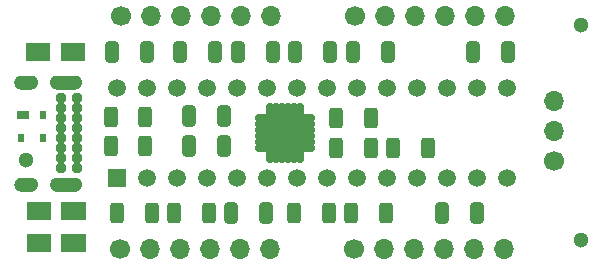
<source format=gbr>
%TF.GenerationSoftware,KiCad,Pcbnew,(6.0.7)*%
%TF.CreationDate,2022-12-19T16:29:32-08:00*%
%TF.ProjectId,Intermediary_revC_4layer,496e7465-726d-4656-9469-6172795f7265,rev?*%
%TF.SameCoordinates,Original*%
%TF.FileFunction,Soldermask,Bot*%
%TF.FilePolarity,Negative*%
%FSLAX46Y46*%
G04 Gerber Fmt 4.6, Leading zero omitted, Abs format (unit mm)*
G04 Created by KiCad (PCBNEW (6.0.7)) date 2022-12-19 16:29:32*
%MOMM*%
%LPD*%
G01*
G04 APERTURE LIST*
G04 Aperture macros list*
%AMRoundRect*
0 Rectangle with rounded corners*
0 $1 Rounding radius*
0 $2 $3 $4 $5 $6 $7 $8 $9 X,Y pos of 4 corners*
0 Add a 4 corners polygon primitive as box body*
4,1,4,$2,$3,$4,$5,$6,$7,$8,$9,$2,$3,0*
0 Add four circle primitives for the rounded corners*
1,1,$1+$1,$2,$3*
1,1,$1+$1,$4,$5*
1,1,$1+$1,$6,$7*
1,1,$1+$1,$8,$9*
0 Add four rect primitives between the rounded corners*
20,1,$1+$1,$2,$3,$4,$5,0*
20,1,$1+$1,$4,$5,$6,$7,0*
20,1,$1+$1,$6,$7,$8,$9,0*
20,1,$1+$1,$8,$9,$2,$3,0*%
%AMFreePoly0*
4,1,6,1.000000,0.000000,0.500000,-0.750000,-0.500000,-0.750000,-0.500000,0.750000,0.500000,0.750000,1.000000,0.000000,1.000000,0.000000,$1*%
G04 Aperture macros list end*
%ADD10C,0.010000*%
%ADD11C,0.954800*%
%ADD12RoundRect,0.152400X-0.425000X-0.150000X0.425000X-0.150000X0.425000X0.150000X-0.425000X0.150000X0*%
%ADD13RoundRect,0.152400X-0.150000X0.425000X-0.150000X-0.425000X0.150000X-0.425000X0.150000X0.425000X0*%
%ADD14RoundRect,0.152400X-1.275000X1.275000X-1.275000X-1.275000X1.275000X-1.275000X1.275000X1.275000X0*%
%ADD15C,1.300000*%
%ADD16C,1.700000*%
%ADD17O,1.700000X1.700000*%
%ADD18R,1.508000X1.508000*%
%ADD19C,1.508000*%
%ADD20RoundRect,0.250000X0.312500X0.625000X-0.312500X0.625000X-0.312500X-0.625000X0.312500X-0.625000X0*%
%ADD21RoundRect,0.250000X-0.325000X-0.650000X0.325000X-0.650000X0.325000X0.650000X-0.325000X0.650000X0*%
%ADD22RoundRect,0.250000X-0.312500X-0.625000X0.312500X-0.625000X0.312500X0.625000X-0.312500X0.625000X0*%
%ADD23R,1.000000X0.700000*%
%ADD24R,0.600000X0.700000*%
%ADD25FreePoly0,180.000000*%
%ADD26FreePoly0,0.000000*%
%ADD27R,1.500000X1.500000*%
%ADD28RoundRect,0.250000X0.325000X0.650000X-0.325000X0.650000X-0.325000X-0.650000X0.325000X-0.650000X0*%
G04 APERTURE END LIST*
%TO.C,J5*%
G36*
X121534400Y-98772000D02*
G01*
X121562400Y-98774000D01*
X121591400Y-98778000D01*
X121619400Y-98783000D01*
X121647400Y-98790000D01*
X121675400Y-98798000D01*
X121702400Y-98808000D01*
X121729400Y-98819000D01*
X121755400Y-98831000D01*
X121780400Y-98845000D01*
X121805400Y-98860000D01*
X121828400Y-98876000D01*
X121851400Y-98894000D01*
X121873400Y-98912000D01*
X121894400Y-98932000D01*
X121914400Y-98953000D01*
X121932400Y-98975000D01*
X121950400Y-98998000D01*
X121966400Y-99021000D01*
X121981400Y-99046000D01*
X121995400Y-99071000D01*
X122007400Y-99097000D01*
X122018400Y-99124000D01*
X122028400Y-99151000D01*
X122036400Y-99179000D01*
X122043400Y-99207000D01*
X122048400Y-99235000D01*
X122052400Y-99264000D01*
X122054400Y-99292000D01*
X122055400Y-99321000D01*
X122054400Y-99350000D01*
X122052400Y-99378000D01*
X122048400Y-99407000D01*
X122043400Y-99435000D01*
X122036400Y-99463000D01*
X122028400Y-99491000D01*
X122018400Y-99518000D01*
X122007400Y-99545000D01*
X121995400Y-99571000D01*
X121981400Y-99596000D01*
X121966400Y-99621000D01*
X121950400Y-99644000D01*
X121932400Y-99667000D01*
X121914400Y-99689000D01*
X121894400Y-99710000D01*
X121873400Y-99730000D01*
X121851400Y-99748000D01*
X121828400Y-99766000D01*
X121805400Y-99782000D01*
X121780400Y-99797000D01*
X121755400Y-99811000D01*
X121729400Y-99823000D01*
X121702400Y-99834000D01*
X121675400Y-99844000D01*
X121647400Y-99852000D01*
X121619400Y-99859000D01*
X121591400Y-99864000D01*
X121562400Y-99868000D01*
X121534400Y-99870000D01*
X121505400Y-99871000D01*
X120705400Y-99871000D01*
X120676400Y-99870000D01*
X120648400Y-99868000D01*
X120619400Y-99864000D01*
X120591400Y-99859000D01*
X120563400Y-99852000D01*
X120535400Y-99844000D01*
X120508400Y-99834000D01*
X120481400Y-99823000D01*
X120455400Y-99811000D01*
X120430400Y-99797000D01*
X120405400Y-99782000D01*
X120382400Y-99766000D01*
X120359400Y-99748000D01*
X120337400Y-99730000D01*
X120316400Y-99710000D01*
X120296400Y-99689000D01*
X120278400Y-99667000D01*
X120260400Y-99644000D01*
X120244400Y-99621000D01*
X120229400Y-99596000D01*
X120215400Y-99571000D01*
X120203400Y-99545000D01*
X120192400Y-99518000D01*
X120182400Y-99491000D01*
X120174400Y-99463000D01*
X120167400Y-99435000D01*
X120162400Y-99407000D01*
X120158400Y-99378000D01*
X120156400Y-99350000D01*
X120155400Y-99321000D01*
X120156400Y-99292000D01*
X120158400Y-99264000D01*
X120162400Y-99235000D01*
X120167400Y-99207000D01*
X120174400Y-99179000D01*
X120182400Y-99151000D01*
X120192400Y-99124000D01*
X120203400Y-99097000D01*
X120215400Y-99071000D01*
X120229400Y-99046000D01*
X120244400Y-99021000D01*
X120260400Y-98998000D01*
X120278400Y-98975000D01*
X120296400Y-98953000D01*
X120316400Y-98932000D01*
X120337400Y-98912000D01*
X120359400Y-98894000D01*
X120382400Y-98876000D01*
X120405400Y-98860000D01*
X120430400Y-98845000D01*
X120455400Y-98831000D01*
X120481400Y-98819000D01*
X120508400Y-98808000D01*
X120535400Y-98798000D01*
X120563400Y-98790000D01*
X120591400Y-98783000D01*
X120619400Y-98778000D01*
X120648400Y-98774000D01*
X120676400Y-98772000D01*
X120705400Y-98771000D01*
X121505400Y-98771000D01*
X121534400Y-98772000D01*
G37*
D10*
X121534400Y-98772000D02*
X121562400Y-98774000D01*
X121591400Y-98778000D01*
X121619400Y-98783000D01*
X121647400Y-98790000D01*
X121675400Y-98798000D01*
X121702400Y-98808000D01*
X121729400Y-98819000D01*
X121755400Y-98831000D01*
X121780400Y-98845000D01*
X121805400Y-98860000D01*
X121828400Y-98876000D01*
X121851400Y-98894000D01*
X121873400Y-98912000D01*
X121894400Y-98932000D01*
X121914400Y-98953000D01*
X121932400Y-98975000D01*
X121950400Y-98998000D01*
X121966400Y-99021000D01*
X121981400Y-99046000D01*
X121995400Y-99071000D01*
X122007400Y-99097000D01*
X122018400Y-99124000D01*
X122028400Y-99151000D01*
X122036400Y-99179000D01*
X122043400Y-99207000D01*
X122048400Y-99235000D01*
X122052400Y-99264000D01*
X122054400Y-99292000D01*
X122055400Y-99321000D01*
X122054400Y-99350000D01*
X122052400Y-99378000D01*
X122048400Y-99407000D01*
X122043400Y-99435000D01*
X122036400Y-99463000D01*
X122028400Y-99491000D01*
X122018400Y-99518000D01*
X122007400Y-99545000D01*
X121995400Y-99571000D01*
X121981400Y-99596000D01*
X121966400Y-99621000D01*
X121950400Y-99644000D01*
X121932400Y-99667000D01*
X121914400Y-99689000D01*
X121894400Y-99710000D01*
X121873400Y-99730000D01*
X121851400Y-99748000D01*
X121828400Y-99766000D01*
X121805400Y-99782000D01*
X121780400Y-99797000D01*
X121755400Y-99811000D01*
X121729400Y-99823000D01*
X121702400Y-99834000D01*
X121675400Y-99844000D01*
X121647400Y-99852000D01*
X121619400Y-99859000D01*
X121591400Y-99864000D01*
X121562400Y-99868000D01*
X121534400Y-99870000D01*
X121505400Y-99871000D01*
X120705400Y-99871000D01*
X120676400Y-99870000D01*
X120648400Y-99868000D01*
X120619400Y-99864000D01*
X120591400Y-99859000D01*
X120563400Y-99852000D01*
X120535400Y-99844000D01*
X120508400Y-99834000D01*
X120481400Y-99823000D01*
X120455400Y-99811000D01*
X120430400Y-99797000D01*
X120405400Y-99782000D01*
X120382400Y-99766000D01*
X120359400Y-99748000D01*
X120337400Y-99730000D01*
X120316400Y-99710000D01*
X120296400Y-99689000D01*
X120278400Y-99667000D01*
X120260400Y-99644000D01*
X120244400Y-99621000D01*
X120229400Y-99596000D01*
X120215400Y-99571000D01*
X120203400Y-99545000D01*
X120192400Y-99518000D01*
X120182400Y-99491000D01*
X120174400Y-99463000D01*
X120167400Y-99435000D01*
X120162400Y-99407000D01*
X120158400Y-99378000D01*
X120156400Y-99350000D01*
X120155400Y-99321000D01*
X120156400Y-99292000D01*
X120158400Y-99264000D01*
X120162400Y-99235000D01*
X120167400Y-99207000D01*
X120174400Y-99179000D01*
X120182400Y-99151000D01*
X120192400Y-99124000D01*
X120203400Y-99097000D01*
X120215400Y-99071000D01*
X120229400Y-99046000D01*
X120244400Y-99021000D01*
X120260400Y-98998000D01*
X120278400Y-98975000D01*
X120296400Y-98953000D01*
X120316400Y-98932000D01*
X120337400Y-98912000D01*
X120359400Y-98894000D01*
X120382400Y-98876000D01*
X120405400Y-98860000D01*
X120430400Y-98845000D01*
X120455400Y-98831000D01*
X120481400Y-98819000D01*
X120508400Y-98808000D01*
X120535400Y-98798000D01*
X120563400Y-98790000D01*
X120591400Y-98783000D01*
X120619400Y-98778000D01*
X120648400Y-98774000D01*
X120676400Y-98772000D01*
X120705400Y-98771000D01*
X121505400Y-98771000D01*
X121534400Y-98772000D01*
G36*
X125264400Y-98772000D02*
G01*
X125292400Y-98774000D01*
X125321400Y-98778000D01*
X125349400Y-98783000D01*
X125377400Y-98790000D01*
X125405400Y-98798000D01*
X125432400Y-98808000D01*
X125459400Y-98819000D01*
X125485400Y-98831000D01*
X125510400Y-98845000D01*
X125535400Y-98860000D01*
X125558400Y-98876000D01*
X125581400Y-98894000D01*
X125603400Y-98912000D01*
X125624400Y-98932000D01*
X125644400Y-98953000D01*
X125662400Y-98975000D01*
X125680400Y-98998000D01*
X125696400Y-99021000D01*
X125711400Y-99046000D01*
X125725400Y-99071000D01*
X125737400Y-99097000D01*
X125748400Y-99124000D01*
X125758400Y-99151000D01*
X125766400Y-99179000D01*
X125773400Y-99207000D01*
X125778400Y-99235000D01*
X125782400Y-99264000D01*
X125784400Y-99292000D01*
X125785400Y-99321000D01*
X125784400Y-99350000D01*
X125782400Y-99378000D01*
X125778400Y-99407000D01*
X125773400Y-99435000D01*
X125766400Y-99463000D01*
X125758400Y-99491000D01*
X125748400Y-99518000D01*
X125737400Y-99545000D01*
X125725400Y-99571000D01*
X125711400Y-99596000D01*
X125696400Y-99621000D01*
X125680400Y-99644000D01*
X125662400Y-99667000D01*
X125644400Y-99689000D01*
X125624400Y-99710000D01*
X125603400Y-99730000D01*
X125581400Y-99748000D01*
X125558400Y-99766000D01*
X125535400Y-99782000D01*
X125510400Y-99797000D01*
X125485400Y-99811000D01*
X125459400Y-99823000D01*
X125432400Y-99834000D01*
X125405400Y-99844000D01*
X125377400Y-99852000D01*
X125349400Y-99859000D01*
X125321400Y-99864000D01*
X125292400Y-99868000D01*
X125264400Y-99870000D01*
X125235400Y-99871000D01*
X123735400Y-99871000D01*
X123706400Y-99870000D01*
X123678400Y-99868000D01*
X123649400Y-99864000D01*
X123621400Y-99859000D01*
X123593400Y-99852000D01*
X123565400Y-99844000D01*
X123538400Y-99834000D01*
X123511400Y-99823000D01*
X123485400Y-99811000D01*
X123460400Y-99797000D01*
X123435400Y-99782000D01*
X123412400Y-99766000D01*
X123389400Y-99748000D01*
X123367400Y-99730000D01*
X123346400Y-99710000D01*
X123326400Y-99689000D01*
X123308400Y-99667000D01*
X123290400Y-99644000D01*
X123274400Y-99621000D01*
X123259400Y-99596000D01*
X123245400Y-99571000D01*
X123233400Y-99545000D01*
X123222400Y-99518000D01*
X123212400Y-99491000D01*
X123204400Y-99463000D01*
X123197400Y-99435000D01*
X123192400Y-99407000D01*
X123188400Y-99378000D01*
X123186400Y-99350000D01*
X123185400Y-99321000D01*
X123186400Y-99292000D01*
X123188400Y-99264000D01*
X123192400Y-99235000D01*
X123197400Y-99207000D01*
X123204400Y-99179000D01*
X123212400Y-99151000D01*
X123222400Y-99124000D01*
X123233400Y-99097000D01*
X123245400Y-99071000D01*
X123259400Y-99046000D01*
X123274400Y-99021000D01*
X123290400Y-98998000D01*
X123308400Y-98975000D01*
X123326400Y-98953000D01*
X123346400Y-98932000D01*
X123367400Y-98912000D01*
X123389400Y-98894000D01*
X123412400Y-98876000D01*
X123435400Y-98860000D01*
X123460400Y-98845000D01*
X123485400Y-98831000D01*
X123511400Y-98819000D01*
X123538400Y-98808000D01*
X123565400Y-98798000D01*
X123593400Y-98790000D01*
X123621400Y-98783000D01*
X123649400Y-98778000D01*
X123678400Y-98774000D01*
X123706400Y-98772000D01*
X123735400Y-98771000D01*
X125235400Y-98771000D01*
X125264400Y-98772000D01*
G37*
X125264400Y-98772000D02*
X125292400Y-98774000D01*
X125321400Y-98778000D01*
X125349400Y-98783000D01*
X125377400Y-98790000D01*
X125405400Y-98798000D01*
X125432400Y-98808000D01*
X125459400Y-98819000D01*
X125485400Y-98831000D01*
X125510400Y-98845000D01*
X125535400Y-98860000D01*
X125558400Y-98876000D01*
X125581400Y-98894000D01*
X125603400Y-98912000D01*
X125624400Y-98932000D01*
X125644400Y-98953000D01*
X125662400Y-98975000D01*
X125680400Y-98998000D01*
X125696400Y-99021000D01*
X125711400Y-99046000D01*
X125725400Y-99071000D01*
X125737400Y-99097000D01*
X125748400Y-99124000D01*
X125758400Y-99151000D01*
X125766400Y-99179000D01*
X125773400Y-99207000D01*
X125778400Y-99235000D01*
X125782400Y-99264000D01*
X125784400Y-99292000D01*
X125785400Y-99321000D01*
X125784400Y-99350000D01*
X125782400Y-99378000D01*
X125778400Y-99407000D01*
X125773400Y-99435000D01*
X125766400Y-99463000D01*
X125758400Y-99491000D01*
X125748400Y-99518000D01*
X125737400Y-99545000D01*
X125725400Y-99571000D01*
X125711400Y-99596000D01*
X125696400Y-99621000D01*
X125680400Y-99644000D01*
X125662400Y-99667000D01*
X125644400Y-99689000D01*
X125624400Y-99710000D01*
X125603400Y-99730000D01*
X125581400Y-99748000D01*
X125558400Y-99766000D01*
X125535400Y-99782000D01*
X125510400Y-99797000D01*
X125485400Y-99811000D01*
X125459400Y-99823000D01*
X125432400Y-99834000D01*
X125405400Y-99844000D01*
X125377400Y-99852000D01*
X125349400Y-99859000D01*
X125321400Y-99864000D01*
X125292400Y-99868000D01*
X125264400Y-99870000D01*
X125235400Y-99871000D01*
X123735400Y-99871000D01*
X123706400Y-99870000D01*
X123678400Y-99868000D01*
X123649400Y-99864000D01*
X123621400Y-99859000D01*
X123593400Y-99852000D01*
X123565400Y-99844000D01*
X123538400Y-99834000D01*
X123511400Y-99823000D01*
X123485400Y-99811000D01*
X123460400Y-99797000D01*
X123435400Y-99782000D01*
X123412400Y-99766000D01*
X123389400Y-99748000D01*
X123367400Y-99730000D01*
X123346400Y-99710000D01*
X123326400Y-99689000D01*
X123308400Y-99667000D01*
X123290400Y-99644000D01*
X123274400Y-99621000D01*
X123259400Y-99596000D01*
X123245400Y-99571000D01*
X123233400Y-99545000D01*
X123222400Y-99518000D01*
X123212400Y-99491000D01*
X123204400Y-99463000D01*
X123197400Y-99435000D01*
X123192400Y-99407000D01*
X123188400Y-99378000D01*
X123186400Y-99350000D01*
X123185400Y-99321000D01*
X123186400Y-99292000D01*
X123188400Y-99264000D01*
X123192400Y-99235000D01*
X123197400Y-99207000D01*
X123204400Y-99179000D01*
X123212400Y-99151000D01*
X123222400Y-99124000D01*
X123233400Y-99097000D01*
X123245400Y-99071000D01*
X123259400Y-99046000D01*
X123274400Y-99021000D01*
X123290400Y-98998000D01*
X123308400Y-98975000D01*
X123326400Y-98953000D01*
X123346400Y-98932000D01*
X123367400Y-98912000D01*
X123389400Y-98894000D01*
X123412400Y-98876000D01*
X123435400Y-98860000D01*
X123460400Y-98845000D01*
X123485400Y-98831000D01*
X123511400Y-98819000D01*
X123538400Y-98808000D01*
X123565400Y-98798000D01*
X123593400Y-98790000D01*
X123621400Y-98783000D01*
X123649400Y-98778000D01*
X123678400Y-98774000D01*
X123706400Y-98772000D01*
X123735400Y-98771000D01*
X125235400Y-98771000D01*
X125264400Y-98772000D01*
G36*
X121534400Y-90122000D02*
G01*
X121562400Y-90124000D01*
X121591400Y-90128000D01*
X121619400Y-90133000D01*
X121647400Y-90140000D01*
X121675400Y-90148000D01*
X121702400Y-90158000D01*
X121729400Y-90169000D01*
X121755400Y-90181000D01*
X121780400Y-90195000D01*
X121805400Y-90210000D01*
X121828400Y-90226000D01*
X121851400Y-90244000D01*
X121873400Y-90262000D01*
X121894400Y-90282000D01*
X121914400Y-90303000D01*
X121932400Y-90325000D01*
X121950400Y-90348000D01*
X121966400Y-90371000D01*
X121981400Y-90396000D01*
X121995400Y-90421000D01*
X122007400Y-90447000D01*
X122018400Y-90474000D01*
X122028400Y-90501000D01*
X122036400Y-90529000D01*
X122043400Y-90557000D01*
X122048400Y-90585000D01*
X122052400Y-90614000D01*
X122054400Y-90642000D01*
X122055400Y-90671000D01*
X122054400Y-90700000D01*
X122052400Y-90728000D01*
X122048400Y-90757000D01*
X122043400Y-90785000D01*
X122036400Y-90813000D01*
X122028400Y-90841000D01*
X122018400Y-90868000D01*
X122007400Y-90895000D01*
X121995400Y-90921000D01*
X121981400Y-90946000D01*
X121966400Y-90971000D01*
X121950400Y-90994000D01*
X121932400Y-91017000D01*
X121914400Y-91039000D01*
X121894400Y-91060000D01*
X121873400Y-91080000D01*
X121851400Y-91098000D01*
X121828400Y-91116000D01*
X121805400Y-91132000D01*
X121780400Y-91147000D01*
X121755400Y-91161000D01*
X121729400Y-91173000D01*
X121702400Y-91184000D01*
X121675400Y-91194000D01*
X121647400Y-91202000D01*
X121619400Y-91209000D01*
X121591400Y-91214000D01*
X121562400Y-91218000D01*
X121534400Y-91220000D01*
X121505400Y-91221000D01*
X120705400Y-91221000D01*
X120676400Y-91220000D01*
X120648400Y-91218000D01*
X120619400Y-91214000D01*
X120591400Y-91209000D01*
X120563400Y-91202000D01*
X120535400Y-91194000D01*
X120508400Y-91184000D01*
X120481400Y-91173000D01*
X120455400Y-91161000D01*
X120430400Y-91147000D01*
X120405400Y-91132000D01*
X120382400Y-91116000D01*
X120359400Y-91098000D01*
X120337400Y-91080000D01*
X120316400Y-91060000D01*
X120296400Y-91039000D01*
X120278400Y-91017000D01*
X120260400Y-90994000D01*
X120244400Y-90971000D01*
X120229400Y-90946000D01*
X120215400Y-90921000D01*
X120203400Y-90895000D01*
X120192400Y-90868000D01*
X120182400Y-90841000D01*
X120174400Y-90813000D01*
X120167400Y-90785000D01*
X120162400Y-90757000D01*
X120158400Y-90728000D01*
X120156400Y-90700000D01*
X120155400Y-90671000D01*
X120156400Y-90642000D01*
X120158400Y-90614000D01*
X120162400Y-90585000D01*
X120167400Y-90557000D01*
X120174400Y-90529000D01*
X120182400Y-90501000D01*
X120192400Y-90474000D01*
X120203400Y-90447000D01*
X120215400Y-90421000D01*
X120229400Y-90396000D01*
X120244400Y-90371000D01*
X120260400Y-90348000D01*
X120278400Y-90325000D01*
X120296400Y-90303000D01*
X120316400Y-90282000D01*
X120337400Y-90262000D01*
X120359400Y-90244000D01*
X120382400Y-90226000D01*
X120405400Y-90210000D01*
X120430400Y-90195000D01*
X120455400Y-90181000D01*
X120481400Y-90169000D01*
X120508400Y-90158000D01*
X120535400Y-90148000D01*
X120563400Y-90140000D01*
X120591400Y-90133000D01*
X120619400Y-90128000D01*
X120648400Y-90124000D01*
X120676400Y-90122000D01*
X120705400Y-90121000D01*
X121505400Y-90121000D01*
X121534400Y-90122000D01*
G37*
X121534400Y-90122000D02*
X121562400Y-90124000D01*
X121591400Y-90128000D01*
X121619400Y-90133000D01*
X121647400Y-90140000D01*
X121675400Y-90148000D01*
X121702400Y-90158000D01*
X121729400Y-90169000D01*
X121755400Y-90181000D01*
X121780400Y-90195000D01*
X121805400Y-90210000D01*
X121828400Y-90226000D01*
X121851400Y-90244000D01*
X121873400Y-90262000D01*
X121894400Y-90282000D01*
X121914400Y-90303000D01*
X121932400Y-90325000D01*
X121950400Y-90348000D01*
X121966400Y-90371000D01*
X121981400Y-90396000D01*
X121995400Y-90421000D01*
X122007400Y-90447000D01*
X122018400Y-90474000D01*
X122028400Y-90501000D01*
X122036400Y-90529000D01*
X122043400Y-90557000D01*
X122048400Y-90585000D01*
X122052400Y-90614000D01*
X122054400Y-90642000D01*
X122055400Y-90671000D01*
X122054400Y-90700000D01*
X122052400Y-90728000D01*
X122048400Y-90757000D01*
X122043400Y-90785000D01*
X122036400Y-90813000D01*
X122028400Y-90841000D01*
X122018400Y-90868000D01*
X122007400Y-90895000D01*
X121995400Y-90921000D01*
X121981400Y-90946000D01*
X121966400Y-90971000D01*
X121950400Y-90994000D01*
X121932400Y-91017000D01*
X121914400Y-91039000D01*
X121894400Y-91060000D01*
X121873400Y-91080000D01*
X121851400Y-91098000D01*
X121828400Y-91116000D01*
X121805400Y-91132000D01*
X121780400Y-91147000D01*
X121755400Y-91161000D01*
X121729400Y-91173000D01*
X121702400Y-91184000D01*
X121675400Y-91194000D01*
X121647400Y-91202000D01*
X121619400Y-91209000D01*
X121591400Y-91214000D01*
X121562400Y-91218000D01*
X121534400Y-91220000D01*
X121505400Y-91221000D01*
X120705400Y-91221000D01*
X120676400Y-91220000D01*
X120648400Y-91218000D01*
X120619400Y-91214000D01*
X120591400Y-91209000D01*
X120563400Y-91202000D01*
X120535400Y-91194000D01*
X120508400Y-91184000D01*
X120481400Y-91173000D01*
X120455400Y-91161000D01*
X120430400Y-91147000D01*
X120405400Y-91132000D01*
X120382400Y-91116000D01*
X120359400Y-91098000D01*
X120337400Y-91080000D01*
X120316400Y-91060000D01*
X120296400Y-91039000D01*
X120278400Y-91017000D01*
X120260400Y-90994000D01*
X120244400Y-90971000D01*
X120229400Y-90946000D01*
X120215400Y-90921000D01*
X120203400Y-90895000D01*
X120192400Y-90868000D01*
X120182400Y-90841000D01*
X120174400Y-90813000D01*
X120167400Y-90785000D01*
X120162400Y-90757000D01*
X120158400Y-90728000D01*
X120156400Y-90700000D01*
X120155400Y-90671000D01*
X120156400Y-90642000D01*
X120158400Y-90614000D01*
X120162400Y-90585000D01*
X120167400Y-90557000D01*
X120174400Y-90529000D01*
X120182400Y-90501000D01*
X120192400Y-90474000D01*
X120203400Y-90447000D01*
X120215400Y-90421000D01*
X120229400Y-90396000D01*
X120244400Y-90371000D01*
X120260400Y-90348000D01*
X120278400Y-90325000D01*
X120296400Y-90303000D01*
X120316400Y-90282000D01*
X120337400Y-90262000D01*
X120359400Y-90244000D01*
X120382400Y-90226000D01*
X120405400Y-90210000D01*
X120430400Y-90195000D01*
X120455400Y-90181000D01*
X120481400Y-90169000D01*
X120508400Y-90158000D01*
X120535400Y-90148000D01*
X120563400Y-90140000D01*
X120591400Y-90133000D01*
X120619400Y-90128000D01*
X120648400Y-90124000D01*
X120676400Y-90122000D01*
X120705400Y-90121000D01*
X121505400Y-90121000D01*
X121534400Y-90122000D01*
G36*
X125264400Y-90122000D02*
G01*
X125292400Y-90124000D01*
X125321400Y-90128000D01*
X125349400Y-90133000D01*
X125377400Y-90140000D01*
X125405400Y-90148000D01*
X125432400Y-90158000D01*
X125459400Y-90169000D01*
X125485400Y-90181000D01*
X125510400Y-90195000D01*
X125535400Y-90210000D01*
X125558400Y-90226000D01*
X125581400Y-90244000D01*
X125603400Y-90262000D01*
X125624400Y-90282000D01*
X125644400Y-90303000D01*
X125662400Y-90325000D01*
X125680400Y-90348000D01*
X125696400Y-90371000D01*
X125711400Y-90396000D01*
X125725400Y-90421000D01*
X125737400Y-90447000D01*
X125748400Y-90474000D01*
X125758400Y-90501000D01*
X125766400Y-90529000D01*
X125773400Y-90557000D01*
X125778400Y-90585000D01*
X125782400Y-90614000D01*
X125784400Y-90642000D01*
X125785400Y-90671000D01*
X125784400Y-90700000D01*
X125782400Y-90728000D01*
X125778400Y-90757000D01*
X125773400Y-90785000D01*
X125766400Y-90813000D01*
X125758400Y-90841000D01*
X125748400Y-90868000D01*
X125737400Y-90895000D01*
X125725400Y-90921000D01*
X125711400Y-90946000D01*
X125696400Y-90971000D01*
X125680400Y-90994000D01*
X125662400Y-91017000D01*
X125644400Y-91039000D01*
X125624400Y-91060000D01*
X125603400Y-91080000D01*
X125581400Y-91098000D01*
X125558400Y-91116000D01*
X125535400Y-91132000D01*
X125510400Y-91147000D01*
X125485400Y-91161000D01*
X125459400Y-91173000D01*
X125432400Y-91184000D01*
X125405400Y-91194000D01*
X125377400Y-91202000D01*
X125349400Y-91209000D01*
X125321400Y-91214000D01*
X125292400Y-91218000D01*
X125264400Y-91220000D01*
X125235400Y-91221000D01*
X123735400Y-91221000D01*
X123706400Y-91220000D01*
X123678400Y-91218000D01*
X123649400Y-91214000D01*
X123621400Y-91209000D01*
X123593400Y-91202000D01*
X123565400Y-91194000D01*
X123538400Y-91184000D01*
X123511400Y-91173000D01*
X123485400Y-91161000D01*
X123460400Y-91147000D01*
X123435400Y-91132000D01*
X123412400Y-91116000D01*
X123389400Y-91098000D01*
X123367400Y-91080000D01*
X123346400Y-91060000D01*
X123326400Y-91039000D01*
X123308400Y-91017000D01*
X123290400Y-90994000D01*
X123274400Y-90971000D01*
X123259400Y-90946000D01*
X123245400Y-90921000D01*
X123233400Y-90895000D01*
X123222400Y-90868000D01*
X123212400Y-90841000D01*
X123204400Y-90813000D01*
X123197400Y-90785000D01*
X123192400Y-90757000D01*
X123188400Y-90728000D01*
X123186400Y-90700000D01*
X123185400Y-90671000D01*
X123186400Y-90642000D01*
X123188400Y-90614000D01*
X123192400Y-90585000D01*
X123197400Y-90557000D01*
X123204400Y-90529000D01*
X123212400Y-90501000D01*
X123222400Y-90474000D01*
X123233400Y-90447000D01*
X123245400Y-90421000D01*
X123259400Y-90396000D01*
X123274400Y-90371000D01*
X123290400Y-90348000D01*
X123308400Y-90325000D01*
X123326400Y-90303000D01*
X123346400Y-90282000D01*
X123367400Y-90262000D01*
X123389400Y-90244000D01*
X123412400Y-90226000D01*
X123435400Y-90210000D01*
X123460400Y-90195000D01*
X123485400Y-90181000D01*
X123511400Y-90169000D01*
X123538400Y-90158000D01*
X123565400Y-90148000D01*
X123593400Y-90140000D01*
X123621400Y-90133000D01*
X123649400Y-90128000D01*
X123678400Y-90124000D01*
X123706400Y-90122000D01*
X123735400Y-90121000D01*
X125235400Y-90121000D01*
X125264400Y-90122000D01*
G37*
X125264400Y-90122000D02*
X125292400Y-90124000D01*
X125321400Y-90128000D01*
X125349400Y-90133000D01*
X125377400Y-90140000D01*
X125405400Y-90148000D01*
X125432400Y-90158000D01*
X125459400Y-90169000D01*
X125485400Y-90181000D01*
X125510400Y-90195000D01*
X125535400Y-90210000D01*
X125558400Y-90226000D01*
X125581400Y-90244000D01*
X125603400Y-90262000D01*
X125624400Y-90282000D01*
X125644400Y-90303000D01*
X125662400Y-90325000D01*
X125680400Y-90348000D01*
X125696400Y-90371000D01*
X125711400Y-90396000D01*
X125725400Y-90421000D01*
X125737400Y-90447000D01*
X125748400Y-90474000D01*
X125758400Y-90501000D01*
X125766400Y-90529000D01*
X125773400Y-90557000D01*
X125778400Y-90585000D01*
X125782400Y-90614000D01*
X125784400Y-90642000D01*
X125785400Y-90671000D01*
X125784400Y-90700000D01*
X125782400Y-90728000D01*
X125778400Y-90757000D01*
X125773400Y-90785000D01*
X125766400Y-90813000D01*
X125758400Y-90841000D01*
X125748400Y-90868000D01*
X125737400Y-90895000D01*
X125725400Y-90921000D01*
X125711400Y-90946000D01*
X125696400Y-90971000D01*
X125680400Y-90994000D01*
X125662400Y-91017000D01*
X125644400Y-91039000D01*
X125624400Y-91060000D01*
X125603400Y-91080000D01*
X125581400Y-91098000D01*
X125558400Y-91116000D01*
X125535400Y-91132000D01*
X125510400Y-91147000D01*
X125485400Y-91161000D01*
X125459400Y-91173000D01*
X125432400Y-91184000D01*
X125405400Y-91194000D01*
X125377400Y-91202000D01*
X125349400Y-91209000D01*
X125321400Y-91214000D01*
X125292400Y-91218000D01*
X125264400Y-91220000D01*
X125235400Y-91221000D01*
X123735400Y-91221000D01*
X123706400Y-91220000D01*
X123678400Y-91218000D01*
X123649400Y-91214000D01*
X123621400Y-91209000D01*
X123593400Y-91202000D01*
X123565400Y-91194000D01*
X123538400Y-91184000D01*
X123511400Y-91173000D01*
X123485400Y-91161000D01*
X123460400Y-91147000D01*
X123435400Y-91132000D01*
X123412400Y-91116000D01*
X123389400Y-91098000D01*
X123367400Y-91080000D01*
X123346400Y-91060000D01*
X123326400Y-91039000D01*
X123308400Y-91017000D01*
X123290400Y-90994000D01*
X123274400Y-90971000D01*
X123259400Y-90946000D01*
X123245400Y-90921000D01*
X123233400Y-90895000D01*
X123222400Y-90868000D01*
X123212400Y-90841000D01*
X123204400Y-90813000D01*
X123197400Y-90785000D01*
X123192400Y-90757000D01*
X123188400Y-90728000D01*
X123186400Y-90700000D01*
X123185400Y-90671000D01*
X123186400Y-90642000D01*
X123188400Y-90614000D01*
X123192400Y-90585000D01*
X123197400Y-90557000D01*
X123204400Y-90529000D01*
X123212400Y-90501000D01*
X123222400Y-90474000D01*
X123233400Y-90447000D01*
X123245400Y-90421000D01*
X123259400Y-90396000D01*
X123274400Y-90371000D01*
X123290400Y-90348000D01*
X123308400Y-90325000D01*
X123326400Y-90303000D01*
X123346400Y-90282000D01*
X123367400Y-90262000D01*
X123389400Y-90244000D01*
X123412400Y-90226000D01*
X123435400Y-90210000D01*
X123460400Y-90195000D01*
X123485400Y-90181000D01*
X123511400Y-90169000D01*
X123538400Y-90158000D01*
X123565400Y-90148000D01*
X123593400Y-90140000D01*
X123621400Y-90133000D01*
X123649400Y-90128000D01*
X123678400Y-90124000D01*
X123706400Y-90122000D01*
X123735400Y-90121000D01*
X125235400Y-90121000D01*
X125264400Y-90122000D01*
%TD*%
D11*
%TO.C,J5*%
X125465400Y-92021000D03*
X125465400Y-92871000D03*
X125465400Y-93721000D03*
X125465400Y-94571000D03*
X125465400Y-95421000D03*
X125465400Y-96271000D03*
X125465400Y-97121000D03*
X125465400Y-97971000D03*
X124115400Y-97971000D03*
X124115400Y-97121000D03*
X124115400Y-96271000D03*
X124115400Y-95421000D03*
X124115400Y-94571000D03*
X124115400Y-93721000D03*
X124115400Y-92871000D03*
X124115400Y-92021000D03*
%TD*%
D12*
%TO.C,IC1*%
X141132200Y-96246000D03*
X141132200Y-95746000D03*
X141132200Y-95246000D03*
X141132200Y-94746000D03*
X141132200Y-94246000D03*
X141132200Y-93746000D03*
D13*
X141832200Y-93046000D03*
X142332200Y-93046000D03*
X142832200Y-93046000D03*
X143332200Y-93046000D03*
X143832200Y-93046000D03*
X144332200Y-93046000D03*
D12*
X145032200Y-93746000D03*
X145032200Y-94246000D03*
X145032200Y-94746000D03*
X145032200Y-95246000D03*
X145032200Y-95746000D03*
X145032200Y-96246000D03*
D13*
X144332200Y-96946000D03*
X143832200Y-96946000D03*
X143332200Y-96946000D03*
X142832200Y-96946000D03*
X142332200Y-96946000D03*
X141832200Y-96946000D03*
D14*
X143082200Y-94996000D03*
%TD*%
D15*
%TO.C,H3*%
X168148000Y-85852000D03*
%TD*%
%TO.C,H2*%
X168148000Y-104013000D03*
%TD*%
%TO.C,H1*%
X121158000Y-97282000D03*
%TD*%
D16*
%TO.C,J1*%
X129112200Y-104775000D03*
D17*
X131652200Y-104775000D03*
X134192200Y-104775000D03*
X136732200Y-104775000D03*
X139272200Y-104775000D03*
X141812200Y-104775000D03*
%TD*%
D16*
%TO.C,J3*%
X129137200Y-85090000D03*
D17*
X131677200Y-85090000D03*
X134217200Y-85090000D03*
X136757200Y-85090000D03*
X139297200Y-85090000D03*
X141837200Y-85090000D03*
%TD*%
D16*
%TO.C,J6*%
X165862000Y-97394000D03*
D17*
X165862000Y-94854000D03*
X165862000Y-92314000D03*
%TD*%
D16*
%TO.C,J4*%
X148949200Y-85090000D03*
D17*
X151489200Y-85090000D03*
X154029200Y-85090000D03*
X156569200Y-85090000D03*
X159109200Y-85090000D03*
X161649200Y-85090000D03*
%TD*%
D16*
%TO.C,J2*%
X148924200Y-104775000D03*
D17*
X151464200Y-104775000D03*
X154004200Y-104775000D03*
X156544200Y-104775000D03*
X159084200Y-104775000D03*
X161624200Y-104775000D03*
%TD*%
D18*
%TO.C,U1*%
X128858200Y-98764500D03*
D19*
X131398200Y-98764500D03*
X133938200Y-98764500D03*
X136478200Y-98764500D03*
X139018200Y-98764500D03*
X141558200Y-98764500D03*
X144098200Y-98764500D03*
X146638200Y-98764500D03*
X149178200Y-98764500D03*
X151718200Y-98764500D03*
X154258200Y-98764500D03*
X156798200Y-98764500D03*
X159338200Y-98764500D03*
X161878200Y-98764500D03*
X161878200Y-91144500D03*
X159338200Y-91144500D03*
X156798200Y-91144500D03*
X154258200Y-91144500D03*
X151718200Y-91144500D03*
X149178200Y-91144500D03*
X146638200Y-91144500D03*
X144098200Y-91144500D03*
X141558200Y-91144500D03*
X139018200Y-91144500D03*
X136478200Y-91144500D03*
X133938200Y-91144500D03*
X131398200Y-91144500D03*
X128858200Y-91144500D03*
%TD*%
D20*
%TO.C,R4*%
X155147200Y-96266000D03*
X152222200Y-96266000D03*
%TD*%
%TO.C,R1*%
X150321200Y-93726000D03*
X147396200Y-93726000D03*
%TD*%
D21*
%TO.C,C4*%
X143942200Y-88138000D03*
X146892200Y-88138000D03*
%TD*%
D22*
%TO.C,R7*%
X128295400Y-93624400D03*
X131220400Y-93624400D03*
%TD*%
D20*
%TO.C,R8*%
X146765200Y-101727000D03*
X143840200Y-101727000D03*
%TD*%
D22*
%TO.C,R6*%
X128295400Y-96113600D03*
X131220400Y-96113600D03*
%TD*%
D20*
%TO.C,R2*%
X136605200Y-101727000D03*
X133680200Y-101727000D03*
%TD*%
D23*
%TO.C,D2*%
X120904000Y-93421200D03*
D24*
X122604000Y-93421200D03*
X122604000Y-95421200D03*
X120704000Y-95421200D03*
%TD*%
D25*
%TO.C,JP2*%
X125698000Y-104317800D03*
D26*
X121698000Y-104317800D03*
D27*
X122498000Y-104317800D03*
X124898000Y-104317800D03*
%TD*%
D28*
%TO.C,C8*%
X137873000Y-96088200D03*
X134923000Y-96088200D03*
%TD*%
%TO.C,C7*%
X137873000Y-93548200D03*
X134923000Y-93548200D03*
%TD*%
D20*
%TO.C,R5*%
X150317200Y-96266000D03*
X147392200Y-96266000D03*
%TD*%
D25*
%TO.C,JP3*%
X125698000Y-101625400D03*
D26*
X121698000Y-101625400D03*
D27*
X124898000Y-101625400D03*
X122498000Y-101625400D03*
%TD*%
D22*
%TO.C,R9*%
X148662200Y-101727000D03*
X151587200Y-101727000D03*
%TD*%
D21*
%TO.C,C2*%
X156388200Y-101727000D03*
X159338200Y-101727000D03*
%TD*%
D28*
%TO.C,C9*%
X137111000Y-88138000D03*
X134161000Y-88138000D03*
%TD*%
D21*
%TO.C,C6*%
X148797200Y-88138000D03*
X151747200Y-88138000D03*
%TD*%
D28*
%TO.C,C3*%
X142066200Y-88138000D03*
X139116200Y-88138000D03*
%TD*%
D20*
%TO.C,R3*%
X131783200Y-101727000D03*
X128858200Y-101727000D03*
%TD*%
D25*
%TO.C,JP1*%
X125641000Y-88138000D03*
D26*
X121641000Y-88138000D03*
D27*
X124841000Y-88138000D03*
X122441000Y-88138000D03*
%TD*%
D21*
%TO.C,C1*%
X138510200Y-101727000D03*
X141460200Y-101727000D03*
%TD*%
D28*
%TO.C,C10*%
X161925000Y-88138000D03*
X158975000Y-88138000D03*
%TD*%
D21*
%TO.C,C5*%
X128397000Y-88138000D03*
X131347000Y-88138000D03*
%TD*%
M02*

</source>
